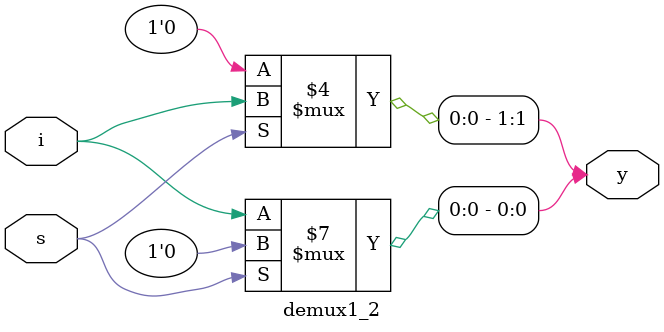
<source format=v>

module demux1_2(i, s, y);
    input i, s;
    output reg [1:0] y;

    always @ (*)
    begin
        if (s == 1'b0)
            begin
                y[0] = i;
                y[1] = 1'b0;
            end
        else
            begin
                y[0] = 1'b0;
                y[1] = i;
            end
    end
endmodule
</source>
